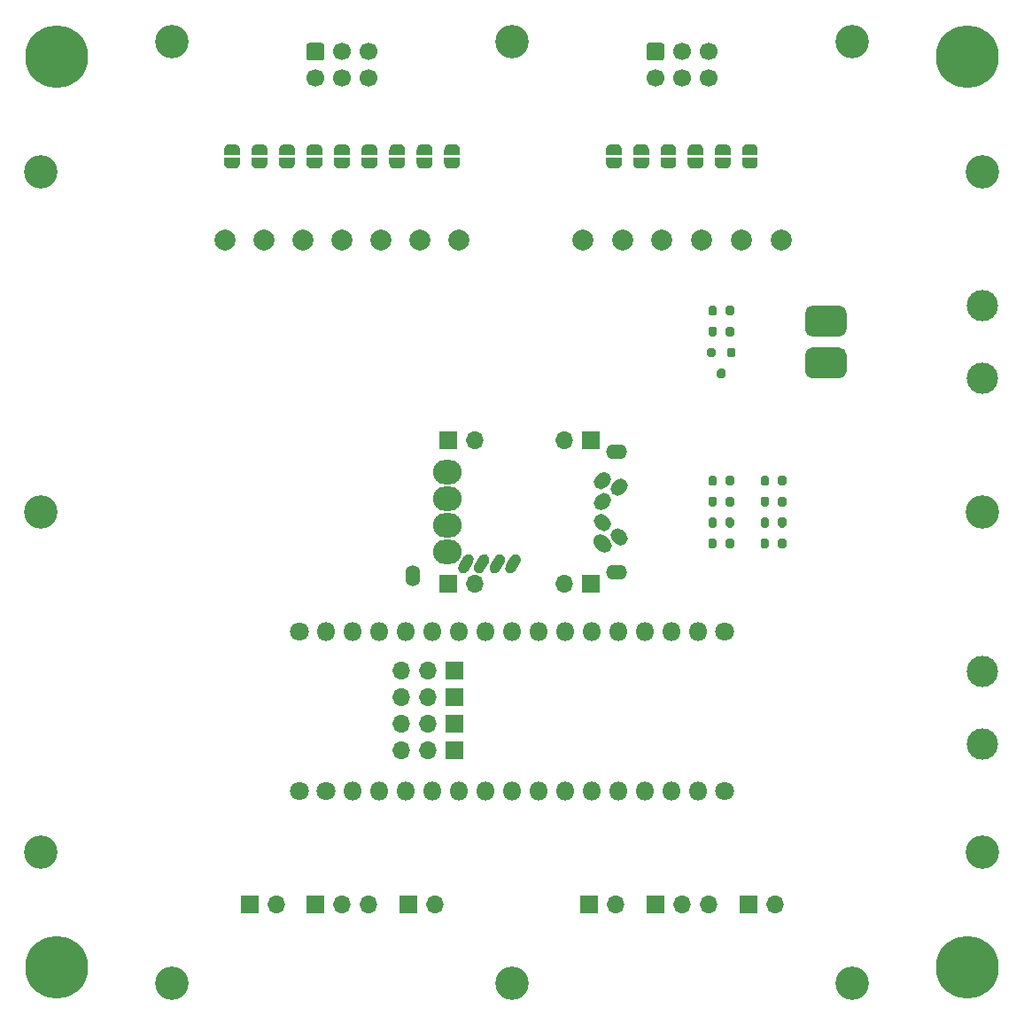
<source format=gbr>
%TF.GenerationSoftware,KiCad,Pcbnew,(5.1.10)-1*%
%TF.CreationDate,2021-11-07T17:05:54+13:00*%
%TF.ProjectId,THE_BRAINS_FIXTURE,5448455f-4252-4414-994e-535f46495854,rev?*%
%TF.SameCoordinates,Original*%
%TF.FileFunction,Soldermask,Bot*%
%TF.FilePolarity,Negative*%
%FSLAX46Y46*%
G04 Gerber Fmt 4.6, Leading zero omitted, Abs format (unit mm)*
G04 Created by KiCad (PCBNEW (5.1.10)-1) date 2021-11-07 17:05:54*
%MOMM*%
%LPD*%
G01*
G04 APERTURE LIST*
%ADD10O,1.700000X1.700000*%
%ADD11R,1.700000X1.700000*%
%ADD12C,3.000000*%
%ADD13C,6.000000*%
%ADD14C,3.200000*%
%ADD15C,1.700000*%
%ADD16C,0.100000*%
%ADD17O,1.800000X1.800000*%
%ADD18C,1.800000*%
%ADD19C,2.000000*%
%ADD20O,2.750000X2.340000*%
%ADD21O,2.000000X1.400000*%
%ADD22O,1.400000X2.000000*%
G04 APERTURE END LIST*
D10*
%TO.C,J33*%
X154960000Y-93150000D03*
D11*
X157500000Y-93150000D03*
%TD*%
%TO.C,J32*%
X157500000Y-106850000D03*
D10*
X154960000Y-106850000D03*
%TD*%
%TO.C,J31*%
X146415000Y-93150000D03*
D11*
X143875000Y-93150000D03*
%TD*%
%TO.C,J30*%
X143875000Y-106875000D03*
D10*
X146415000Y-106875000D03*
%TD*%
D12*
%TO.C,H5*%
X194975000Y-122200000D03*
%TD*%
%TO.C,H6*%
X194975000Y-115200000D03*
%TD*%
D13*
%TO.C,H1*%
X106500000Y-143500000D03*
%TD*%
%TO.C,H2*%
X193500000Y-143500000D03*
%TD*%
%TO.C,H3*%
X106500000Y-56500000D03*
%TD*%
%TO.C,H4*%
X193500000Y-56500000D03*
%TD*%
D12*
%TO.C,H5*%
X195000000Y-87250000D03*
%TD*%
%TO.C,H6*%
X195000000Y-80250000D03*
%TD*%
D14*
%TO.C,H9*%
X117500000Y-55000000D03*
%TD*%
%TO.C,H10*%
X150000000Y-55000000D03*
%TD*%
%TO.C,H11*%
X182500000Y-55000000D03*
%TD*%
%TO.C,H12*%
X195000000Y-67500000D03*
%TD*%
%TO.C,H13*%
X195000000Y-100000000D03*
%TD*%
%TO.C,H14*%
X195000000Y-132500000D03*
%TD*%
%TO.C,H15*%
X182500000Y-145000000D03*
%TD*%
%TO.C,H16*%
X150000000Y-145000000D03*
%TD*%
%TO.C,H17*%
X117500000Y-145000000D03*
%TD*%
%TO.C,H18*%
X105000000Y-132500000D03*
%TD*%
%TO.C,H19*%
X105000000Y-100000000D03*
%TD*%
%TO.C,H20*%
X105000000Y-67500000D03*
%TD*%
D10*
%TO.C,J1*%
X139420000Y-122785000D03*
X141960000Y-122785000D03*
D11*
X144500000Y-122785000D03*
%TD*%
%TO.C,J2*%
X144500000Y-120245000D03*
D10*
X141960000Y-120245000D03*
X139420000Y-120245000D03*
%TD*%
%TO.C,J3*%
X139420000Y-117705000D03*
X141960000Y-117705000D03*
D11*
X144500000Y-117705000D03*
%TD*%
%TO.C,J4*%
X144500000Y-115165000D03*
D10*
X141960000Y-115165000D03*
X139420000Y-115165000D03*
%TD*%
D15*
%TO.C,J19*%
X136290000Y-58540000D03*
X133750000Y-58540000D03*
X131210000Y-58540000D03*
X136290000Y-56000000D03*
X133750000Y-56000000D03*
G36*
G01*
X130610000Y-55150000D02*
X131810000Y-55150000D01*
G75*
G02*
X132060000Y-55400000I0J-250000D01*
G01*
X132060000Y-56600000D01*
G75*
G02*
X131810000Y-56850000I-250000J0D01*
G01*
X130610000Y-56850000D01*
G75*
G02*
X130360000Y-56600000I0J250000D01*
G01*
X130360000Y-55400000D01*
G75*
G02*
X130610000Y-55150000I250000J0D01*
G01*
G37*
%TD*%
%TO.C,J20*%
G36*
G01*
X163110000Y-55150000D02*
X164310000Y-55150000D01*
G75*
G02*
X164560000Y-55400000I0J-250000D01*
G01*
X164560000Y-56600000D01*
G75*
G02*
X164310000Y-56850000I-250000J0D01*
G01*
X163110000Y-56850000D01*
G75*
G02*
X162860000Y-56600000I0J250000D01*
G01*
X162860000Y-55400000D01*
G75*
G02*
X163110000Y-55150000I250000J0D01*
G01*
G37*
X166250000Y-56000000D03*
X168790000Y-56000000D03*
X163710000Y-58540000D03*
X166250000Y-58540000D03*
X168790000Y-58540000D03*
%TD*%
D16*
%TO.C,JP1*%
G36*
X126624398Y-66650000D02*
G01*
X126624398Y-66674534D01*
X126619588Y-66723365D01*
X126610016Y-66771490D01*
X126595772Y-66818445D01*
X126576995Y-66863778D01*
X126553864Y-66907051D01*
X126526604Y-66947850D01*
X126495476Y-66985779D01*
X126460779Y-67020476D01*
X126422850Y-67051604D01*
X126382051Y-67078864D01*
X126338778Y-67101995D01*
X126293445Y-67120772D01*
X126246490Y-67135016D01*
X126198365Y-67144588D01*
X126149534Y-67149398D01*
X126125000Y-67149398D01*
X126125000Y-67150000D01*
X125625000Y-67150000D01*
X125625000Y-67149398D01*
X125600466Y-67149398D01*
X125551635Y-67144588D01*
X125503510Y-67135016D01*
X125456555Y-67120772D01*
X125411222Y-67101995D01*
X125367949Y-67078864D01*
X125327150Y-67051604D01*
X125289221Y-67020476D01*
X125254524Y-66985779D01*
X125223396Y-66947850D01*
X125196136Y-66907051D01*
X125173005Y-66863778D01*
X125154228Y-66818445D01*
X125139984Y-66771490D01*
X125130412Y-66723365D01*
X125125602Y-66674534D01*
X125125602Y-66650000D01*
X125125000Y-66650000D01*
X125125000Y-66150000D01*
X126625000Y-66150000D01*
X126625000Y-66650000D01*
X126624398Y-66650000D01*
G37*
G36*
X125125000Y-65850000D02*
G01*
X125125000Y-65350000D01*
X125125602Y-65350000D01*
X125125602Y-65325466D01*
X125130412Y-65276635D01*
X125139984Y-65228510D01*
X125154228Y-65181555D01*
X125173005Y-65136222D01*
X125196136Y-65092949D01*
X125223396Y-65052150D01*
X125254524Y-65014221D01*
X125289221Y-64979524D01*
X125327150Y-64948396D01*
X125367949Y-64921136D01*
X125411222Y-64898005D01*
X125456555Y-64879228D01*
X125503510Y-64864984D01*
X125551635Y-64855412D01*
X125600466Y-64850602D01*
X125625000Y-64850602D01*
X125625000Y-64850000D01*
X126125000Y-64850000D01*
X126125000Y-64850602D01*
X126149534Y-64850602D01*
X126198365Y-64855412D01*
X126246490Y-64864984D01*
X126293445Y-64879228D01*
X126338778Y-64898005D01*
X126382051Y-64921136D01*
X126422850Y-64948396D01*
X126460779Y-64979524D01*
X126495476Y-65014221D01*
X126526604Y-65052150D01*
X126553864Y-65092949D01*
X126576995Y-65136222D01*
X126595772Y-65181555D01*
X126610016Y-65228510D01*
X126619588Y-65276635D01*
X126624398Y-65325466D01*
X126624398Y-65350000D01*
X126625000Y-65350000D01*
X126625000Y-65850000D01*
X125125000Y-65850000D01*
G37*
%TD*%
%TO.C,JP2*%
G36*
X133000000Y-65850000D02*
G01*
X133000000Y-65350000D01*
X133000602Y-65350000D01*
X133000602Y-65325466D01*
X133005412Y-65276635D01*
X133014984Y-65228510D01*
X133029228Y-65181555D01*
X133048005Y-65136222D01*
X133071136Y-65092949D01*
X133098396Y-65052150D01*
X133129524Y-65014221D01*
X133164221Y-64979524D01*
X133202150Y-64948396D01*
X133242949Y-64921136D01*
X133286222Y-64898005D01*
X133331555Y-64879228D01*
X133378510Y-64864984D01*
X133426635Y-64855412D01*
X133475466Y-64850602D01*
X133500000Y-64850602D01*
X133500000Y-64850000D01*
X134000000Y-64850000D01*
X134000000Y-64850602D01*
X134024534Y-64850602D01*
X134073365Y-64855412D01*
X134121490Y-64864984D01*
X134168445Y-64879228D01*
X134213778Y-64898005D01*
X134257051Y-64921136D01*
X134297850Y-64948396D01*
X134335779Y-64979524D01*
X134370476Y-65014221D01*
X134401604Y-65052150D01*
X134428864Y-65092949D01*
X134451995Y-65136222D01*
X134470772Y-65181555D01*
X134485016Y-65228510D01*
X134494588Y-65276635D01*
X134499398Y-65325466D01*
X134499398Y-65350000D01*
X134500000Y-65350000D01*
X134500000Y-65850000D01*
X133000000Y-65850000D01*
G37*
G36*
X134499398Y-66650000D02*
G01*
X134499398Y-66674534D01*
X134494588Y-66723365D01*
X134485016Y-66771490D01*
X134470772Y-66818445D01*
X134451995Y-66863778D01*
X134428864Y-66907051D01*
X134401604Y-66947850D01*
X134370476Y-66985779D01*
X134335779Y-67020476D01*
X134297850Y-67051604D01*
X134257051Y-67078864D01*
X134213778Y-67101995D01*
X134168445Y-67120772D01*
X134121490Y-67135016D01*
X134073365Y-67144588D01*
X134024534Y-67149398D01*
X134000000Y-67149398D01*
X134000000Y-67150000D01*
X133500000Y-67150000D01*
X133500000Y-67149398D01*
X133475466Y-67149398D01*
X133426635Y-67144588D01*
X133378510Y-67135016D01*
X133331555Y-67120772D01*
X133286222Y-67101995D01*
X133242949Y-67078864D01*
X133202150Y-67051604D01*
X133164221Y-67020476D01*
X133129524Y-66985779D01*
X133098396Y-66947850D01*
X133071136Y-66907051D01*
X133048005Y-66863778D01*
X133029228Y-66818445D01*
X133014984Y-66771490D01*
X133005412Y-66723365D01*
X133000602Y-66674534D01*
X133000602Y-66650000D01*
X133000000Y-66650000D01*
X133000000Y-66150000D01*
X134500000Y-66150000D01*
X134500000Y-66650000D01*
X134499398Y-66650000D01*
G37*
%TD*%
%TO.C,JP3*%
G36*
X142399398Y-66650000D02*
G01*
X142399398Y-66674534D01*
X142394588Y-66723365D01*
X142385016Y-66771490D01*
X142370772Y-66818445D01*
X142351995Y-66863778D01*
X142328864Y-66907051D01*
X142301604Y-66947850D01*
X142270476Y-66985779D01*
X142235779Y-67020476D01*
X142197850Y-67051604D01*
X142157051Y-67078864D01*
X142113778Y-67101995D01*
X142068445Y-67120772D01*
X142021490Y-67135016D01*
X141973365Y-67144588D01*
X141924534Y-67149398D01*
X141900000Y-67149398D01*
X141900000Y-67150000D01*
X141400000Y-67150000D01*
X141400000Y-67149398D01*
X141375466Y-67149398D01*
X141326635Y-67144588D01*
X141278510Y-67135016D01*
X141231555Y-67120772D01*
X141186222Y-67101995D01*
X141142949Y-67078864D01*
X141102150Y-67051604D01*
X141064221Y-67020476D01*
X141029524Y-66985779D01*
X140998396Y-66947850D01*
X140971136Y-66907051D01*
X140948005Y-66863778D01*
X140929228Y-66818445D01*
X140914984Y-66771490D01*
X140905412Y-66723365D01*
X140900602Y-66674534D01*
X140900602Y-66650000D01*
X140900000Y-66650000D01*
X140900000Y-66150000D01*
X142400000Y-66150000D01*
X142400000Y-66650000D01*
X142399398Y-66650000D01*
G37*
G36*
X140900000Y-65850000D02*
G01*
X140900000Y-65350000D01*
X140900602Y-65350000D01*
X140900602Y-65325466D01*
X140905412Y-65276635D01*
X140914984Y-65228510D01*
X140929228Y-65181555D01*
X140948005Y-65136222D01*
X140971136Y-65092949D01*
X140998396Y-65052150D01*
X141029524Y-65014221D01*
X141064221Y-64979524D01*
X141102150Y-64948396D01*
X141142949Y-64921136D01*
X141186222Y-64898005D01*
X141231555Y-64879228D01*
X141278510Y-64864984D01*
X141326635Y-64855412D01*
X141375466Y-64850602D01*
X141400000Y-64850602D01*
X141400000Y-64850000D01*
X141900000Y-64850000D01*
X141900000Y-64850602D01*
X141924534Y-64850602D01*
X141973365Y-64855412D01*
X142021490Y-64864984D01*
X142068445Y-64879228D01*
X142113778Y-64898005D01*
X142157051Y-64921136D01*
X142197850Y-64948396D01*
X142235779Y-64979524D01*
X142270476Y-65014221D01*
X142301604Y-65052150D01*
X142328864Y-65092949D01*
X142351995Y-65136222D01*
X142370772Y-65181555D01*
X142385016Y-65228510D01*
X142394588Y-65276635D01*
X142399398Y-65325466D01*
X142399398Y-65350000D01*
X142400000Y-65350000D01*
X142400000Y-65850000D01*
X140900000Y-65850000D01*
G37*
%TD*%
%TO.C,JP4*%
G36*
X161600000Y-65850000D02*
G01*
X161600000Y-65350000D01*
X161600602Y-65350000D01*
X161600602Y-65325466D01*
X161605412Y-65276635D01*
X161614984Y-65228510D01*
X161629228Y-65181555D01*
X161648005Y-65136222D01*
X161671136Y-65092949D01*
X161698396Y-65052150D01*
X161729524Y-65014221D01*
X161764221Y-64979524D01*
X161802150Y-64948396D01*
X161842949Y-64921136D01*
X161886222Y-64898005D01*
X161931555Y-64879228D01*
X161978510Y-64864984D01*
X162026635Y-64855412D01*
X162075466Y-64850602D01*
X162100000Y-64850602D01*
X162100000Y-64850000D01*
X162600000Y-64850000D01*
X162600000Y-64850602D01*
X162624534Y-64850602D01*
X162673365Y-64855412D01*
X162721490Y-64864984D01*
X162768445Y-64879228D01*
X162813778Y-64898005D01*
X162857051Y-64921136D01*
X162897850Y-64948396D01*
X162935779Y-64979524D01*
X162970476Y-65014221D01*
X163001604Y-65052150D01*
X163028864Y-65092949D01*
X163051995Y-65136222D01*
X163070772Y-65181555D01*
X163085016Y-65228510D01*
X163094588Y-65276635D01*
X163099398Y-65325466D01*
X163099398Y-65350000D01*
X163100000Y-65350000D01*
X163100000Y-65850000D01*
X161600000Y-65850000D01*
G37*
G36*
X163099398Y-66650000D02*
G01*
X163099398Y-66674534D01*
X163094588Y-66723365D01*
X163085016Y-66771490D01*
X163070772Y-66818445D01*
X163051995Y-66863778D01*
X163028864Y-66907051D01*
X163001604Y-66947850D01*
X162970476Y-66985779D01*
X162935779Y-67020476D01*
X162897850Y-67051604D01*
X162857051Y-67078864D01*
X162813778Y-67101995D01*
X162768445Y-67120772D01*
X162721490Y-67135016D01*
X162673365Y-67144588D01*
X162624534Y-67149398D01*
X162600000Y-67149398D01*
X162600000Y-67150000D01*
X162100000Y-67150000D01*
X162100000Y-67149398D01*
X162075466Y-67149398D01*
X162026635Y-67144588D01*
X161978510Y-67135016D01*
X161931555Y-67120772D01*
X161886222Y-67101995D01*
X161842949Y-67078864D01*
X161802150Y-67051604D01*
X161764221Y-67020476D01*
X161729524Y-66985779D01*
X161698396Y-66947850D01*
X161671136Y-66907051D01*
X161648005Y-66863778D01*
X161629228Y-66818445D01*
X161614984Y-66771490D01*
X161605412Y-66723365D01*
X161600602Y-66674534D01*
X161600602Y-66650000D01*
X161600000Y-66650000D01*
X161600000Y-66150000D01*
X163100000Y-66150000D01*
X163100000Y-66650000D01*
X163099398Y-66650000D01*
G37*
%TD*%
%TO.C,JP5*%
G36*
X168299398Y-66650000D02*
G01*
X168299398Y-66674534D01*
X168294588Y-66723365D01*
X168285016Y-66771490D01*
X168270772Y-66818445D01*
X168251995Y-66863778D01*
X168228864Y-66907051D01*
X168201604Y-66947850D01*
X168170476Y-66985779D01*
X168135779Y-67020476D01*
X168097850Y-67051604D01*
X168057051Y-67078864D01*
X168013778Y-67101995D01*
X167968445Y-67120772D01*
X167921490Y-67135016D01*
X167873365Y-67144588D01*
X167824534Y-67149398D01*
X167800000Y-67149398D01*
X167800000Y-67150000D01*
X167300000Y-67150000D01*
X167300000Y-67149398D01*
X167275466Y-67149398D01*
X167226635Y-67144588D01*
X167178510Y-67135016D01*
X167131555Y-67120772D01*
X167086222Y-67101995D01*
X167042949Y-67078864D01*
X167002150Y-67051604D01*
X166964221Y-67020476D01*
X166929524Y-66985779D01*
X166898396Y-66947850D01*
X166871136Y-66907051D01*
X166848005Y-66863778D01*
X166829228Y-66818445D01*
X166814984Y-66771490D01*
X166805412Y-66723365D01*
X166800602Y-66674534D01*
X166800602Y-66650000D01*
X166800000Y-66650000D01*
X166800000Y-66150000D01*
X168300000Y-66150000D01*
X168300000Y-66650000D01*
X168299398Y-66650000D01*
G37*
G36*
X166800000Y-65850000D02*
G01*
X166800000Y-65350000D01*
X166800602Y-65350000D01*
X166800602Y-65325466D01*
X166805412Y-65276635D01*
X166814984Y-65228510D01*
X166829228Y-65181555D01*
X166848005Y-65136222D01*
X166871136Y-65092949D01*
X166898396Y-65052150D01*
X166929524Y-65014221D01*
X166964221Y-64979524D01*
X167002150Y-64948396D01*
X167042949Y-64921136D01*
X167086222Y-64898005D01*
X167131555Y-64879228D01*
X167178510Y-64864984D01*
X167226635Y-64855412D01*
X167275466Y-64850602D01*
X167300000Y-64850602D01*
X167300000Y-64850000D01*
X167800000Y-64850000D01*
X167800000Y-64850602D01*
X167824534Y-64850602D01*
X167873365Y-64855412D01*
X167921490Y-64864984D01*
X167968445Y-64879228D01*
X168013778Y-64898005D01*
X168057051Y-64921136D01*
X168097850Y-64948396D01*
X168135779Y-64979524D01*
X168170476Y-65014221D01*
X168201604Y-65052150D01*
X168228864Y-65092949D01*
X168251995Y-65136222D01*
X168270772Y-65181555D01*
X168285016Y-65228510D01*
X168294588Y-65276635D01*
X168299398Y-65325466D01*
X168299398Y-65350000D01*
X168300000Y-65350000D01*
X168300000Y-65850000D01*
X166800000Y-65850000D01*
G37*
%TD*%
%TO.C,JP6*%
G36*
X173499398Y-66650000D02*
G01*
X173499398Y-66674534D01*
X173494588Y-66723365D01*
X173485016Y-66771490D01*
X173470772Y-66818445D01*
X173451995Y-66863778D01*
X173428864Y-66907051D01*
X173401604Y-66947850D01*
X173370476Y-66985779D01*
X173335779Y-67020476D01*
X173297850Y-67051604D01*
X173257051Y-67078864D01*
X173213778Y-67101995D01*
X173168445Y-67120772D01*
X173121490Y-67135016D01*
X173073365Y-67144588D01*
X173024534Y-67149398D01*
X173000000Y-67149398D01*
X173000000Y-67150000D01*
X172500000Y-67150000D01*
X172500000Y-67149398D01*
X172475466Y-67149398D01*
X172426635Y-67144588D01*
X172378510Y-67135016D01*
X172331555Y-67120772D01*
X172286222Y-67101995D01*
X172242949Y-67078864D01*
X172202150Y-67051604D01*
X172164221Y-67020476D01*
X172129524Y-66985779D01*
X172098396Y-66947850D01*
X172071136Y-66907051D01*
X172048005Y-66863778D01*
X172029228Y-66818445D01*
X172014984Y-66771490D01*
X172005412Y-66723365D01*
X172000602Y-66674534D01*
X172000602Y-66650000D01*
X172000000Y-66650000D01*
X172000000Y-66150000D01*
X173500000Y-66150000D01*
X173500000Y-66650000D01*
X173499398Y-66650000D01*
G37*
G36*
X172000000Y-65850000D02*
G01*
X172000000Y-65350000D01*
X172000602Y-65350000D01*
X172000602Y-65325466D01*
X172005412Y-65276635D01*
X172014984Y-65228510D01*
X172029228Y-65181555D01*
X172048005Y-65136222D01*
X172071136Y-65092949D01*
X172098396Y-65052150D01*
X172129524Y-65014221D01*
X172164221Y-64979524D01*
X172202150Y-64948396D01*
X172242949Y-64921136D01*
X172286222Y-64898005D01*
X172331555Y-64879228D01*
X172378510Y-64864984D01*
X172426635Y-64855412D01*
X172475466Y-64850602D01*
X172500000Y-64850602D01*
X172500000Y-64850000D01*
X173000000Y-64850000D01*
X173000000Y-64850602D01*
X173024534Y-64850602D01*
X173073365Y-64855412D01*
X173121490Y-64864984D01*
X173168445Y-64879228D01*
X173213778Y-64898005D01*
X173257051Y-64921136D01*
X173297850Y-64948396D01*
X173335779Y-64979524D01*
X173370476Y-65014221D01*
X173401604Y-65052150D01*
X173428864Y-65092949D01*
X173451995Y-65136222D01*
X173470772Y-65181555D01*
X173485016Y-65228510D01*
X173494588Y-65276635D01*
X173499398Y-65325466D01*
X173499398Y-65350000D01*
X173500000Y-65350000D01*
X173500000Y-65850000D01*
X172000000Y-65850000D01*
G37*
%TD*%
%TO.C,JP7*%
G36*
X122500000Y-65850000D02*
G01*
X122500000Y-65350000D01*
X122500602Y-65350000D01*
X122500602Y-65325466D01*
X122505412Y-65276635D01*
X122514984Y-65228510D01*
X122529228Y-65181555D01*
X122548005Y-65136222D01*
X122571136Y-65092949D01*
X122598396Y-65052150D01*
X122629524Y-65014221D01*
X122664221Y-64979524D01*
X122702150Y-64948396D01*
X122742949Y-64921136D01*
X122786222Y-64898005D01*
X122831555Y-64879228D01*
X122878510Y-64864984D01*
X122926635Y-64855412D01*
X122975466Y-64850602D01*
X123000000Y-64850602D01*
X123000000Y-64850000D01*
X123500000Y-64850000D01*
X123500000Y-64850602D01*
X123524534Y-64850602D01*
X123573365Y-64855412D01*
X123621490Y-64864984D01*
X123668445Y-64879228D01*
X123713778Y-64898005D01*
X123757051Y-64921136D01*
X123797850Y-64948396D01*
X123835779Y-64979524D01*
X123870476Y-65014221D01*
X123901604Y-65052150D01*
X123928864Y-65092949D01*
X123951995Y-65136222D01*
X123970772Y-65181555D01*
X123985016Y-65228510D01*
X123994588Y-65276635D01*
X123999398Y-65325466D01*
X123999398Y-65350000D01*
X124000000Y-65350000D01*
X124000000Y-65850000D01*
X122500000Y-65850000D01*
G37*
G36*
X123999398Y-66650000D02*
G01*
X123999398Y-66674534D01*
X123994588Y-66723365D01*
X123985016Y-66771490D01*
X123970772Y-66818445D01*
X123951995Y-66863778D01*
X123928864Y-66907051D01*
X123901604Y-66947850D01*
X123870476Y-66985779D01*
X123835779Y-67020476D01*
X123797850Y-67051604D01*
X123757051Y-67078864D01*
X123713778Y-67101995D01*
X123668445Y-67120772D01*
X123621490Y-67135016D01*
X123573365Y-67144588D01*
X123524534Y-67149398D01*
X123500000Y-67149398D01*
X123500000Y-67150000D01*
X123000000Y-67150000D01*
X123000000Y-67149398D01*
X122975466Y-67149398D01*
X122926635Y-67144588D01*
X122878510Y-67135016D01*
X122831555Y-67120772D01*
X122786222Y-67101995D01*
X122742949Y-67078864D01*
X122702150Y-67051604D01*
X122664221Y-67020476D01*
X122629524Y-66985779D01*
X122598396Y-66947850D01*
X122571136Y-66907051D01*
X122548005Y-66863778D01*
X122529228Y-66818445D01*
X122514984Y-66771490D01*
X122505412Y-66723365D01*
X122500602Y-66674534D01*
X122500602Y-66650000D01*
X122500000Y-66650000D01*
X122500000Y-66150000D01*
X124000000Y-66150000D01*
X124000000Y-66650000D01*
X123999398Y-66650000D01*
G37*
%TD*%
%TO.C,JP8*%
G36*
X131874398Y-66650000D02*
G01*
X131874398Y-66674534D01*
X131869588Y-66723365D01*
X131860016Y-66771490D01*
X131845772Y-66818445D01*
X131826995Y-66863778D01*
X131803864Y-66907051D01*
X131776604Y-66947850D01*
X131745476Y-66985779D01*
X131710779Y-67020476D01*
X131672850Y-67051604D01*
X131632051Y-67078864D01*
X131588778Y-67101995D01*
X131543445Y-67120772D01*
X131496490Y-67135016D01*
X131448365Y-67144588D01*
X131399534Y-67149398D01*
X131375000Y-67149398D01*
X131375000Y-67150000D01*
X130875000Y-67150000D01*
X130875000Y-67149398D01*
X130850466Y-67149398D01*
X130801635Y-67144588D01*
X130753510Y-67135016D01*
X130706555Y-67120772D01*
X130661222Y-67101995D01*
X130617949Y-67078864D01*
X130577150Y-67051604D01*
X130539221Y-67020476D01*
X130504524Y-66985779D01*
X130473396Y-66947850D01*
X130446136Y-66907051D01*
X130423005Y-66863778D01*
X130404228Y-66818445D01*
X130389984Y-66771490D01*
X130380412Y-66723365D01*
X130375602Y-66674534D01*
X130375602Y-66650000D01*
X130375000Y-66650000D01*
X130375000Y-66150000D01*
X131875000Y-66150000D01*
X131875000Y-66650000D01*
X131874398Y-66650000D01*
G37*
G36*
X130375000Y-65850000D02*
G01*
X130375000Y-65350000D01*
X130375602Y-65350000D01*
X130375602Y-65325466D01*
X130380412Y-65276635D01*
X130389984Y-65228510D01*
X130404228Y-65181555D01*
X130423005Y-65136222D01*
X130446136Y-65092949D01*
X130473396Y-65052150D01*
X130504524Y-65014221D01*
X130539221Y-64979524D01*
X130577150Y-64948396D01*
X130617949Y-64921136D01*
X130661222Y-64898005D01*
X130706555Y-64879228D01*
X130753510Y-64864984D01*
X130801635Y-64855412D01*
X130850466Y-64850602D01*
X130875000Y-64850602D01*
X130875000Y-64850000D01*
X131375000Y-64850000D01*
X131375000Y-64850602D01*
X131399534Y-64850602D01*
X131448365Y-64855412D01*
X131496490Y-64864984D01*
X131543445Y-64879228D01*
X131588778Y-64898005D01*
X131632051Y-64921136D01*
X131672850Y-64948396D01*
X131710779Y-64979524D01*
X131745476Y-65014221D01*
X131776604Y-65052150D01*
X131803864Y-65092949D01*
X131826995Y-65136222D01*
X131845772Y-65181555D01*
X131860016Y-65228510D01*
X131869588Y-65276635D01*
X131874398Y-65325466D01*
X131874398Y-65350000D01*
X131875000Y-65350000D01*
X131875000Y-65850000D01*
X130375000Y-65850000D01*
G37*
%TD*%
%TO.C,JP9*%
G36*
X138275000Y-65850000D02*
G01*
X138275000Y-65350000D01*
X138275602Y-65350000D01*
X138275602Y-65325466D01*
X138280412Y-65276635D01*
X138289984Y-65228510D01*
X138304228Y-65181555D01*
X138323005Y-65136222D01*
X138346136Y-65092949D01*
X138373396Y-65052150D01*
X138404524Y-65014221D01*
X138439221Y-64979524D01*
X138477150Y-64948396D01*
X138517949Y-64921136D01*
X138561222Y-64898005D01*
X138606555Y-64879228D01*
X138653510Y-64864984D01*
X138701635Y-64855412D01*
X138750466Y-64850602D01*
X138775000Y-64850602D01*
X138775000Y-64850000D01*
X139275000Y-64850000D01*
X139275000Y-64850602D01*
X139299534Y-64850602D01*
X139348365Y-64855412D01*
X139396490Y-64864984D01*
X139443445Y-64879228D01*
X139488778Y-64898005D01*
X139532051Y-64921136D01*
X139572850Y-64948396D01*
X139610779Y-64979524D01*
X139645476Y-65014221D01*
X139676604Y-65052150D01*
X139703864Y-65092949D01*
X139726995Y-65136222D01*
X139745772Y-65181555D01*
X139760016Y-65228510D01*
X139769588Y-65276635D01*
X139774398Y-65325466D01*
X139774398Y-65350000D01*
X139775000Y-65350000D01*
X139775000Y-65850000D01*
X138275000Y-65850000D01*
G37*
G36*
X139774398Y-66650000D02*
G01*
X139774398Y-66674534D01*
X139769588Y-66723365D01*
X139760016Y-66771490D01*
X139745772Y-66818445D01*
X139726995Y-66863778D01*
X139703864Y-66907051D01*
X139676604Y-66947850D01*
X139645476Y-66985779D01*
X139610779Y-67020476D01*
X139572850Y-67051604D01*
X139532051Y-67078864D01*
X139488778Y-67101995D01*
X139443445Y-67120772D01*
X139396490Y-67135016D01*
X139348365Y-67144588D01*
X139299534Y-67149398D01*
X139275000Y-67149398D01*
X139275000Y-67150000D01*
X138775000Y-67150000D01*
X138775000Y-67149398D01*
X138750466Y-67149398D01*
X138701635Y-67144588D01*
X138653510Y-67135016D01*
X138606555Y-67120772D01*
X138561222Y-67101995D01*
X138517949Y-67078864D01*
X138477150Y-67051604D01*
X138439221Y-67020476D01*
X138404524Y-66985779D01*
X138373396Y-66947850D01*
X138346136Y-66907051D01*
X138323005Y-66863778D01*
X138304228Y-66818445D01*
X138289984Y-66771490D01*
X138280412Y-66723365D01*
X138275602Y-66674534D01*
X138275602Y-66650000D01*
X138275000Y-66650000D01*
X138275000Y-66150000D01*
X139775000Y-66150000D01*
X139775000Y-66650000D01*
X139774398Y-66650000D01*
G37*
%TD*%
%TO.C,JP10*%
G36*
X159000000Y-65850000D02*
G01*
X159000000Y-65350000D01*
X159000602Y-65350000D01*
X159000602Y-65325466D01*
X159005412Y-65276635D01*
X159014984Y-65228510D01*
X159029228Y-65181555D01*
X159048005Y-65136222D01*
X159071136Y-65092949D01*
X159098396Y-65052150D01*
X159129524Y-65014221D01*
X159164221Y-64979524D01*
X159202150Y-64948396D01*
X159242949Y-64921136D01*
X159286222Y-64898005D01*
X159331555Y-64879228D01*
X159378510Y-64864984D01*
X159426635Y-64855412D01*
X159475466Y-64850602D01*
X159500000Y-64850602D01*
X159500000Y-64850000D01*
X160000000Y-64850000D01*
X160000000Y-64850602D01*
X160024534Y-64850602D01*
X160073365Y-64855412D01*
X160121490Y-64864984D01*
X160168445Y-64879228D01*
X160213778Y-64898005D01*
X160257051Y-64921136D01*
X160297850Y-64948396D01*
X160335779Y-64979524D01*
X160370476Y-65014221D01*
X160401604Y-65052150D01*
X160428864Y-65092949D01*
X160451995Y-65136222D01*
X160470772Y-65181555D01*
X160485016Y-65228510D01*
X160494588Y-65276635D01*
X160499398Y-65325466D01*
X160499398Y-65350000D01*
X160500000Y-65350000D01*
X160500000Y-65850000D01*
X159000000Y-65850000D01*
G37*
G36*
X160499398Y-66650000D02*
G01*
X160499398Y-66674534D01*
X160494588Y-66723365D01*
X160485016Y-66771490D01*
X160470772Y-66818445D01*
X160451995Y-66863778D01*
X160428864Y-66907051D01*
X160401604Y-66947850D01*
X160370476Y-66985779D01*
X160335779Y-67020476D01*
X160297850Y-67051604D01*
X160257051Y-67078864D01*
X160213778Y-67101995D01*
X160168445Y-67120772D01*
X160121490Y-67135016D01*
X160073365Y-67144588D01*
X160024534Y-67149398D01*
X160000000Y-67149398D01*
X160000000Y-67150000D01*
X159500000Y-67150000D01*
X159500000Y-67149398D01*
X159475466Y-67149398D01*
X159426635Y-67144588D01*
X159378510Y-67135016D01*
X159331555Y-67120772D01*
X159286222Y-67101995D01*
X159242949Y-67078864D01*
X159202150Y-67051604D01*
X159164221Y-67020476D01*
X159129524Y-66985779D01*
X159098396Y-66947850D01*
X159071136Y-66907051D01*
X159048005Y-66863778D01*
X159029228Y-66818445D01*
X159014984Y-66771490D01*
X159005412Y-66723365D01*
X159000602Y-66674534D01*
X159000602Y-66650000D01*
X159000000Y-66650000D01*
X159000000Y-66150000D01*
X160500000Y-66150000D01*
X160500000Y-66650000D01*
X160499398Y-66650000D01*
G37*
%TD*%
%TO.C,JP11*%
G36*
X164200000Y-65850000D02*
G01*
X164200000Y-65350000D01*
X164200602Y-65350000D01*
X164200602Y-65325466D01*
X164205412Y-65276635D01*
X164214984Y-65228510D01*
X164229228Y-65181555D01*
X164248005Y-65136222D01*
X164271136Y-65092949D01*
X164298396Y-65052150D01*
X164329524Y-65014221D01*
X164364221Y-64979524D01*
X164402150Y-64948396D01*
X164442949Y-64921136D01*
X164486222Y-64898005D01*
X164531555Y-64879228D01*
X164578510Y-64864984D01*
X164626635Y-64855412D01*
X164675466Y-64850602D01*
X164700000Y-64850602D01*
X164700000Y-64850000D01*
X165200000Y-64850000D01*
X165200000Y-64850602D01*
X165224534Y-64850602D01*
X165273365Y-64855412D01*
X165321490Y-64864984D01*
X165368445Y-64879228D01*
X165413778Y-64898005D01*
X165457051Y-64921136D01*
X165497850Y-64948396D01*
X165535779Y-64979524D01*
X165570476Y-65014221D01*
X165601604Y-65052150D01*
X165628864Y-65092949D01*
X165651995Y-65136222D01*
X165670772Y-65181555D01*
X165685016Y-65228510D01*
X165694588Y-65276635D01*
X165699398Y-65325466D01*
X165699398Y-65350000D01*
X165700000Y-65350000D01*
X165700000Y-65850000D01*
X164200000Y-65850000D01*
G37*
G36*
X165699398Y-66650000D02*
G01*
X165699398Y-66674534D01*
X165694588Y-66723365D01*
X165685016Y-66771490D01*
X165670772Y-66818445D01*
X165651995Y-66863778D01*
X165628864Y-66907051D01*
X165601604Y-66947850D01*
X165570476Y-66985779D01*
X165535779Y-67020476D01*
X165497850Y-67051604D01*
X165457051Y-67078864D01*
X165413778Y-67101995D01*
X165368445Y-67120772D01*
X165321490Y-67135016D01*
X165273365Y-67144588D01*
X165224534Y-67149398D01*
X165200000Y-67149398D01*
X165200000Y-67150000D01*
X164700000Y-67150000D01*
X164700000Y-67149398D01*
X164675466Y-67149398D01*
X164626635Y-67144588D01*
X164578510Y-67135016D01*
X164531555Y-67120772D01*
X164486222Y-67101995D01*
X164442949Y-67078864D01*
X164402150Y-67051604D01*
X164364221Y-67020476D01*
X164329524Y-66985779D01*
X164298396Y-66947850D01*
X164271136Y-66907051D01*
X164248005Y-66863778D01*
X164229228Y-66818445D01*
X164214984Y-66771490D01*
X164205412Y-66723365D01*
X164200602Y-66674534D01*
X164200602Y-66650000D01*
X164200000Y-66650000D01*
X164200000Y-66150000D01*
X165700000Y-66150000D01*
X165700000Y-66650000D01*
X165699398Y-66650000D01*
G37*
%TD*%
%TO.C,JP12*%
G36*
X169400000Y-65850000D02*
G01*
X169400000Y-65350000D01*
X169400602Y-65350000D01*
X169400602Y-65325466D01*
X169405412Y-65276635D01*
X169414984Y-65228510D01*
X169429228Y-65181555D01*
X169448005Y-65136222D01*
X169471136Y-65092949D01*
X169498396Y-65052150D01*
X169529524Y-65014221D01*
X169564221Y-64979524D01*
X169602150Y-64948396D01*
X169642949Y-64921136D01*
X169686222Y-64898005D01*
X169731555Y-64879228D01*
X169778510Y-64864984D01*
X169826635Y-64855412D01*
X169875466Y-64850602D01*
X169900000Y-64850602D01*
X169900000Y-64850000D01*
X170400000Y-64850000D01*
X170400000Y-64850602D01*
X170424534Y-64850602D01*
X170473365Y-64855412D01*
X170521490Y-64864984D01*
X170568445Y-64879228D01*
X170613778Y-64898005D01*
X170657051Y-64921136D01*
X170697850Y-64948396D01*
X170735779Y-64979524D01*
X170770476Y-65014221D01*
X170801604Y-65052150D01*
X170828864Y-65092949D01*
X170851995Y-65136222D01*
X170870772Y-65181555D01*
X170885016Y-65228510D01*
X170894588Y-65276635D01*
X170899398Y-65325466D01*
X170899398Y-65350000D01*
X170900000Y-65350000D01*
X170900000Y-65850000D01*
X169400000Y-65850000D01*
G37*
G36*
X170899398Y-66650000D02*
G01*
X170899398Y-66674534D01*
X170894588Y-66723365D01*
X170885016Y-66771490D01*
X170870772Y-66818445D01*
X170851995Y-66863778D01*
X170828864Y-66907051D01*
X170801604Y-66947850D01*
X170770476Y-66985779D01*
X170735779Y-67020476D01*
X170697850Y-67051604D01*
X170657051Y-67078864D01*
X170613778Y-67101995D01*
X170568445Y-67120772D01*
X170521490Y-67135016D01*
X170473365Y-67144588D01*
X170424534Y-67149398D01*
X170400000Y-67149398D01*
X170400000Y-67150000D01*
X169900000Y-67150000D01*
X169900000Y-67149398D01*
X169875466Y-67149398D01*
X169826635Y-67144588D01*
X169778510Y-67135016D01*
X169731555Y-67120772D01*
X169686222Y-67101995D01*
X169642949Y-67078864D01*
X169602150Y-67051604D01*
X169564221Y-67020476D01*
X169529524Y-66985779D01*
X169498396Y-66947850D01*
X169471136Y-66907051D01*
X169448005Y-66863778D01*
X169429228Y-66818445D01*
X169414984Y-66771490D01*
X169405412Y-66723365D01*
X169400602Y-66674534D01*
X169400602Y-66650000D01*
X169400000Y-66650000D01*
X169400000Y-66150000D01*
X170900000Y-66150000D01*
X170900000Y-66650000D01*
X170899398Y-66650000D01*
G37*
%TD*%
%TO.C,Q1*%
G36*
G01*
X169800000Y-86300000D02*
X170200000Y-86300000D01*
G75*
G02*
X170400000Y-86500000I0J-200000D01*
G01*
X170400000Y-87000000D01*
G75*
G02*
X170200000Y-87200000I-200000J0D01*
G01*
X169800000Y-87200000D01*
G75*
G02*
X169600000Y-87000000I0J200000D01*
G01*
X169600000Y-86500000D01*
G75*
G02*
X169800000Y-86300000I200000J0D01*
G01*
G37*
G36*
G01*
X170750000Y-84300000D02*
X171150000Y-84300000D01*
G75*
G02*
X171350000Y-84500000I0J-200000D01*
G01*
X171350000Y-85000000D01*
G75*
G02*
X171150000Y-85200000I-200000J0D01*
G01*
X170750000Y-85200000D01*
G75*
G02*
X170550000Y-85000000I0J200000D01*
G01*
X170550000Y-84500000D01*
G75*
G02*
X170750000Y-84300000I200000J0D01*
G01*
G37*
G36*
G01*
X168850000Y-84300000D02*
X169250000Y-84300000D01*
G75*
G02*
X169450000Y-84500000I0J-200000D01*
G01*
X169450000Y-85000000D01*
G75*
G02*
X169250000Y-85200000I-200000J0D01*
G01*
X168850000Y-85200000D01*
G75*
G02*
X168650000Y-85000000I0J200000D01*
G01*
X168650000Y-84500000D01*
G75*
G02*
X168850000Y-84300000I200000J0D01*
G01*
G37*
%TD*%
%TO.C,R1*%
G36*
G01*
X169575000Y-82475000D02*
X169575000Y-83025000D01*
G75*
G02*
X169375000Y-83225000I-200000J0D01*
G01*
X168975000Y-83225000D01*
G75*
G02*
X168775000Y-83025000I0J200000D01*
G01*
X168775000Y-82475000D01*
G75*
G02*
X168975000Y-82275000I200000J0D01*
G01*
X169375000Y-82275000D01*
G75*
G02*
X169575000Y-82475000I0J-200000D01*
G01*
G37*
G36*
G01*
X171225000Y-82475000D02*
X171225000Y-83025000D01*
G75*
G02*
X171025000Y-83225000I-200000J0D01*
G01*
X170625000Y-83225000D01*
G75*
G02*
X170425000Y-83025000I0J200000D01*
G01*
X170425000Y-82475000D01*
G75*
G02*
X170625000Y-82275000I200000J0D01*
G01*
X171025000Y-82275000D01*
G75*
G02*
X171225000Y-82475000I0J-200000D01*
G01*
G37*
%TD*%
%TO.C,R2*%
G36*
G01*
X168775000Y-81025000D02*
X168775000Y-80475000D01*
G75*
G02*
X168975000Y-80275000I200000J0D01*
G01*
X169375000Y-80275000D01*
G75*
G02*
X169575000Y-80475000I0J-200000D01*
G01*
X169575000Y-81025000D01*
G75*
G02*
X169375000Y-81225000I-200000J0D01*
G01*
X168975000Y-81225000D01*
G75*
G02*
X168775000Y-81025000I0J200000D01*
G01*
G37*
G36*
G01*
X170425000Y-81025000D02*
X170425000Y-80475000D01*
G75*
G02*
X170625000Y-80275000I200000J0D01*
G01*
X171025000Y-80275000D01*
G75*
G02*
X171225000Y-80475000I0J-200000D01*
G01*
X171225000Y-81025000D01*
G75*
G02*
X171025000Y-81225000I-200000J0D01*
G01*
X170625000Y-81225000D01*
G75*
G02*
X170425000Y-81025000I0J200000D01*
G01*
G37*
%TD*%
%TO.C,R3*%
G36*
G01*
X171225000Y-96725000D02*
X171225000Y-97275000D01*
G75*
G02*
X171025000Y-97475000I-200000J0D01*
G01*
X170625000Y-97475000D01*
G75*
G02*
X170425000Y-97275000I0J200000D01*
G01*
X170425000Y-96725000D01*
G75*
G02*
X170625000Y-96525000I200000J0D01*
G01*
X171025000Y-96525000D01*
G75*
G02*
X171225000Y-96725000I0J-200000D01*
G01*
G37*
G36*
G01*
X169575000Y-96725000D02*
X169575000Y-97275000D01*
G75*
G02*
X169375000Y-97475000I-200000J0D01*
G01*
X168975000Y-97475000D01*
G75*
G02*
X168775000Y-97275000I0J200000D01*
G01*
X168775000Y-96725000D01*
G75*
G02*
X168975000Y-96525000I200000J0D01*
G01*
X169375000Y-96525000D01*
G75*
G02*
X169575000Y-96725000I0J-200000D01*
G01*
G37*
%TD*%
%TO.C,R4*%
G36*
G01*
X175425000Y-97275000D02*
X175425000Y-96725000D01*
G75*
G02*
X175625000Y-96525000I200000J0D01*
G01*
X176025000Y-96525000D01*
G75*
G02*
X176225000Y-96725000I0J-200000D01*
G01*
X176225000Y-97275000D01*
G75*
G02*
X176025000Y-97475000I-200000J0D01*
G01*
X175625000Y-97475000D01*
G75*
G02*
X175425000Y-97275000I0J200000D01*
G01*
G37*
G36*
G01*
X173775000Y-97275000D02*
X173775000Y-96725000D01*
G75*
G02*
X173975000Y-96525000I200000J0D01*
G01*
X174375000Y-96525000D01*
G75*
G02*
X174575000Y-96725000I0J-200000D01*
G01*
X174575000Y-97275000D01*
G75*
G02*
X174375000Y-97475000I-200000J0D01*
G01*
X173975000Y-97475000D01*
G75*
G02*
X173775000Y-97275000I0J200000D01*
G01*
G37*
%TD*%
%TO.C,R5*%
G36*
G01*
X171225000Y-98725000D02*
X171225000Y-99275000D01*
G75*
G02*
X171025000Y-99475000I-200000J0D01*
G01*
X170625000Y-99475000D01*
G75*
G02*
X170425000Y-99275000I0J200000D01*
G01*
X170425000Y-98725000D01*
G75*
G02*
X170625000Y-98525000I200000J0D01*
G01*
X171025000Y-98525000D01*
G75*
G02*
X171225000Y-98725000I0J-200000D01*
G01*
G37*
G36*
G01*
X169575000Y-98725000D02*
X169575000Y-99275000D01*
G75*
G02*
X169375000Y-99475000I-200000J0D01*
G01*
X168975000Y-99475000D01*
G75*
G02*
X168775000Y-99275000I0J200000D01*
G01*
X168775000Y-98725000D01*
G75*
G02*
X168975000Y-98525000I200000J0D01*
G01*
X169375000Y-98525000D01*
G75*
G02*
X169575000Y-98725000I0J-200000D01*
G01*
G37*
%TD*%
%TO.C,R6*%
G36*
G01*
X175425000Y-99275000D02*
X175425000Y-98725000D01*
G75*
G02*
X175625000Y-98525000I200000J0D01*
G01*
X176025000Y-98525000D01*
G75*
G02*
X176225000Y-98725000I0J-200000D01*
G01*
X176225000Y-99275000D01*
G75*
G02*
X176025000Y-99475000I-200000J0D01*
G01*
X175625000Y-99475000D01*
G75*
G02*
X175425000Y-99275000I0J200000D01*
G01*
G37*
G36*
G01*
X173775000Y-99275000D02*
X173775000Y-98725000D01*
G75*
G02*
X173975000Y-98525000I200000J0D01*
G01*
X174375000Y-98525000D01*
G75*
G02*
X174575000Y-98725000I0J-200000D01*
G01*
X174575000Y-99275000D01*
G75*
G02*
X174375000Y-99475000I-200000J0D01*
G01*
X173975000Y-99475000D01*
G75*
G02*
X173775000Y-99275000I0J200000D01*
G01*
G37*
%TD*%
%TO.C,R7*%
G36*
G01*
X169575000Y-100725000D02*
X169575000Y-101275000D01*
G75*
G02*
X169375000Y-101475000I-200000J0D01*
G01*
X168975000Y-101475000D01*
G75*
G02*
X168775000Y-101275000I0J200000D01*
G01*
X168775000Y-100725000D01*
G75*
G02*
X168975000Y-100525000I200000J0D01*
G01*
X169375000Y-100525000D01*
G75*
G02*
X169575000Y-100725000I0J-200000D01*
G01*
G37*
G36*
G01*
X171225000Y-100725000D02*
X171225000Y-101275000D01*
G75*
G02*
X171025000Y-101475000I-200000J0D01*
G01*
X170625000Y-101475000D01*
G75*
G02*
X170425000Y-101275000I0J200000D01*
G01*
X170425000Y-100725000D01*
G75*
G02*
X170625000Y-100525000I200000J0D01*
G01*
X171025000Y-100525000D01*
G75*
G02*
X171225000Y-100725000I0J-200000D01*
G01*
G37*
%TD*%
%TO.C,R8*%
G36*
G01*
X173775000Y-101275000D02*
X173775000Y-100725000D01*
G75*
G02*
X173975000Y-100525000I200000J0D01*
G01*
X174375000Y-100525000D01*
G75*
G02*
X174575000Y-100725000I0J-200000D01*
G01*
X174575000Y-101275000D01*
G75*
G02*
X174375000Y-101475000I-200000J0D01*
G01*
X173975000Y-101475000D01*
G75*
G02*
X173775000Y-101275000I0J200000D01*
G01*
G37*
G36*
G01*
X175425000Y-101275000D02*
X175425000Y-100725000D01*
G75*
G02*
X175625000Y-100525000I200000J0D01*
G01*
X176025000Y-100525000D01*
G75*
G02*
X176225000Y-100725000I0J-200000D01*
G01*
X176225000Y-101275000D01*
G75*
G02*
X176025000Y-101475000I-200000J0D01*
G01*
X175625000Y-101475000D01*
G75*
G02*
X175425000Y-101275000I0J200000D01*
G01*
G37*
%TD*%
%TO.C,R9*%
G36*
G01*
X171225000Y-102725000D02*
X171225000Y-103275000D01*
G75*
G02*
X171025000Y-103475000I-200000J0D01*
G01*
X170625000Y-103475000D01*
G75*
G02*
X170425000Y-103275000I0J200000D01*
G01*
X170425000Y-102725000D01*
G75*
G02*
X170625000Y-102525000I200000J0D01*
G01*
X171025000Y-102525000D01*
G75*
G02*
X171225000Y-102725000I0J-200000D01*
G01*
G37*
G36*
G01*
X169575000Y-102725000D02*
X169575000Y-103275000D01*
G75*
G02*
X169375000Y-103475000I-200000J0D01*
G01*
X168975000Y-103475000D01*
G75*
G02*
X168775000Y-103275000I0J200000D01*
G01*
X168775000Y-102725000D01*
G75*
G02*
X168975000Y-102525000I200000J0D01*
G01*
X169375000Y-102525000D01*
G75*
G02*
X169575000Y-102725000I0J-200000D01*
G01*
G37*
%TD*%
%TO.C,R10*%
G36*
G01*
X175425000Y-103275000D02*
X175425000Y-102725000D01*
G75*
G02*
X175625000Y-102525000I200000J0D01*
G01*
X176025000Y-102525000D01*
G75*
G02*
X176225000Y-102725000I0J-200000D01*
G01*
X176225000Y-103275000D01*
G75*
G02*
X176025000Y-103475000I-200000J0D01*
G01*
X175625000Y-103475000D01*
G75*
G02*
X175425000Y-103275000I0J200000D01*
G01*
G37*
G36*
G01*
X173775000Y-103275000D02*
X173775000Y-102725000D01*
G75*
G02*
X173975000Y-102525000I200000J0D01*
G01*
X174375000Y-102525000D01*
G75*
G02*
X174575000Y-102725000I0J-200000D01*
G01*
X174575000Y-103275000D01*
G75*
G02*
X174375000Y-103475000I-200000J0D01*
G01*
X173975000Y-103475000D01*
G75*
G02*
X173775000Y-103275000I0J200000D01*
G01*
G37*
%TD*%
D17*
%TO.C,A1*%
X157615000Y-126640000D03*
X162695000Y-111400000D03*
X152535000Y-126640000D03*
X160155000Y-111400000D03*
D18*
X170315000Y-126640000D03*
D17*
X142375000Y-111400000D03*
X165235000Y-126640000D03*
X167775000Y-111400000D03*
X147455000Y-111400000D03*
D18*
X129675000Y-126640000D03*
D17*
X142375000Y-126640000D03*
X139835000Y-111400000D03*
X162695000Y-126640000D03*
X132215000Y-111400000D03*
X165235000Y-111400000D03*
X134755000Y-126640000D03*
D18*
X129675000Y-111400000D03*
X170315000Y-111400000D03*
D17*
X149995000Y-126640000D03*
X144915000Y-111400000D03*
D18*
X132215000Y-126640000D03*
D17*
X157615000Y-111400000D03*
X149995000Y-111400000D03*
X152535000Y-111400000D03*
X139835000Y-126640000D03*
X167775000Y-126640000D03*
X137295000Y-111400000D03*
X134755000Y-111400000D03*
X137295000Y-126640000D03*
X155075000Y-126640000D03*
X155075000Y-111400000D03*
X144915000Y-126640000D03*
X147455000Y-126640000D03*
X160155000Y-126640000D03*
%TD*%
D10*
%TO.C,J5*%
X136290000Y-137500000D03*
X133750000Y-137500000D03*
D11*
X131210000Y-137500000D03*
%TD*%
D10*
%TO.C,J6*%
X168790000Y-137500000D03*
X166250000Y-137500000D03*
D11*
X163710000Y-137500000D03*
%TD*%
%TO.C,J7*%
X140100000Y-137500000D03*
D10*
X142640000Y-137500000D03*
%TD*%
D11*
%TO.C,J8*%
X157410000Y-137500000D03*
D10*
X159950000Y-137500000D03*
%TD*%
%TO.C,J9*%
X175150000Y-137500000D03*
D11*
X172610000Y-137500000D03*
%TD*%
%TO.C,J10*%
X124910000Y-137500000D03*
D10*
X127450000Y-137500000D03*
%TD*%
%TO.C,H7*%
G36*
G01*
X182000000Y-85000000D02*
X182000000Y-86500000D01*
G75*
G02*
X181250000Y-87250000I-750000J0D01*
G01*
X178750000Y-87250000D01*
G75*
G02*
X178000000Y-86500000I0J750000D01*
G01*
X178000000Y-85000000D01*
G75*
G02*
X178750000Y-84250000I750000J0D01*
G01*
X181250000Y-84250000D01*
G75*
G02*
X182000000Y-85000000I0J-750000D01*
G01*
G37*
%TD*%
%TO.C,H8*%
G36*
G01*
X182000000Y-81000000D02*
X182000000Y-82500000D01*
G75*
G02*
X181250000Y-83250000I-750000J0D01*
G01*
X178750000Y-83250000D01*
G75*
G02*
X178000000Y-82500000I0J750000D01*
G01*
X178000000Y-81000000D01*
G75*
G02*
X178750000Y-80250000I750000J0D01*
G01*
X181250000Y-80250000D01*
G75*
G02*
X182000000Y-81000000I0J-750000D01*
G01*
G37*
%TD*%
D19*
%TO.C,TP10*%
X126275000Y-74000000D03*
%TD*%
%TO.C,TP11*%
X133750000Y-74000000D03*
%TD*%
%TO.C,TP12*%
X141225000Y-74000000D03*
%TD*%
%TO.C,TP13*%
X160550000Y-74000000D03*
%TD*%
%TO.C,TP14*%
X168150000Y-74000000D03*
%TD*%
%TO.C,TP15*%
X175750000Y-74000000D03*
%TD*%
%TO.C,TP26*%
X122550000Y-74000000D03*
%TD*%
%TO.C,TP27*%
X156750000Y-74000000D03*
%TD*%
%TO.C,TP28*%
X164350000Y-74000000D03*
%TD*%
%TO.C,TP29*%
X171950000Y-74000000D03*
%TD*%
%TO.C,J22*%
G36*
G01*
X159286396Y-96363604D02*
X159286396Y-96363604D01*
G75*
G02*
X159286396Y-97353554I-494975J-494975D01*
G01*
X159003554Y-97636396D01*
G75*
G02*
X158013604Y-97636396I-494975J494975D01*
G01*
X158013604Y-97636396D01*
G75*
G02*
X158013604Y-96646446I494975J494975D01*
G01*
X158296446Y-96363604D01*
G75*
G02*
X159286396Y-96363604I494975J-494975D01*
G01*
G37*
%TD*%
D20*
%TO.C,J11*%
X143850000Y-103810000D03*
%TD*%
%TO.C,J12*%
X143850000Y-101270000D03*
%TD*%
%TO.C,J13*%
X143850000Y-98730000D03*
%TD*%
%TO.C,J14*%
X143850000Y-96190000D03*
%TD*%
%TO.C,J15*%
G36*
G01*
X150600000Y-104083974D02*
X150600000Y-104083974D01*
G75*
G02*
X150795824Y-104814798I-267500J-463324D01*
G01*
X150330824Y-105620202D01*
G75*
G02*
X149600000Y-105816026I-463324J267500D01*
G01*
X149600000Y-105816026D01*
G75*
G02*
X149404176Y-105085202I267500J463324D01*
G01*
X149869176Y-104279798D01*
G75*
G02*
X150600000Y-104083974I463324J-267500D01*
G01*
G37*
%TD*%
%TO.C,J16*%
G36*
G01*
X149100000Y-104083974D02*
X149100000Y-104083974D01*
G75*
G02*
X149295824Y-104814798I-267500J-463324D01*
G01*
X148830824Y-105620202D01*
G75*
G02*
X148100000Y-105816026I-463324J267500D01*
G01*
X148100000Y-105816026D01*
G75*
G02*
X147904176Y-105085202I267500J463324D01*
G01*
X148369176Y-104279798D01*
G75*
G02*
X149100000Y-104083974I463324J-267500D01*
G01*
G37*
%TD*%
%TO.C,J17*%
G36*
G01*
X147600000Y-104083974D02*
X147600000Y-104083974D01*
G75*
G02*
X147795824Y-104814798I-267500J-463324D01*
G01*
X147330824Y-105620202D01*
G75*
G02*
X146600000Y-105816026I-463324J267500D01*
G01*
X146600000Y-105816026D01*
G75*
G02*
X146404176Y-105085202I267500J463324D01*
G01*
X146869176Y-104279798D01*
G75*
G02*
X147600000Y-104083974I463324J-267500D01*
G01*
G37*
%TD*%
%TO.C,J18*%
G36*
G01*
X146100000Y-104083974D02*
X146100000Y-104083974D01*
G75*
G02*
X146295824Y-104814798I-267500J-463324D01*
G01*
X145830824Y-105620202D01*
G75*
G02*
X145100000Y-105816026I-463324J267500D01*
G01*
X145100000Y-105816026D01*
G75*
G02*
X144904176Y-105085202I267500J463324D01*
G01*
X145369176Y-104279798D01*
G75*
G02*
X146100000Y-104083974I463324J-267500D01*
G01*
G37*
%TD*%
D21*
%TO.C,J21*%
X160000000Y-94250000D03*
%TD*%
%TO.C,J23*%
G36*
G01*
X159286396Y-98363604D02*
X159286396Y-98363604D01*
G75*
G02*
X159286396Y-99353554I-494975J-494975D01*
G01*
X159003554Y-99636396D01*
G75*
G02*
X158013604Y-99636396I-494975J494975D01*
G01*
X158013604Y-99636396D01*
G75*
G02*
X158013604Y-98646446I494975J494975D01*
G01*
X158296446Y-98363604D01*
G75*
G02*
X159286396Y-98363604I494975J-494975D01*
G01*
G37*
%TD*%
%TO.C,J24*%
G36*
G01*
X159286396Y-101636396D02*
X159286396Y-101636396D01*
G75*
G02*
X158296446Y-101636396I-494975J494975D01*
G01*
X158013604Y-101353554D01*
G75*
G02*
X158013604Y-100363604I494975J494975D01*
G01*
X158013604Y-100363604D01*
G75*
G02*
X159003554Y-100363604I494975J-494975D01*
G01*
X159286396Y-100646446D01*
G75*
G02*
X159286396Y-101636396I-494975J-494975D01*
G01*
G37*
%TD*%
%TO.C,J25*%
G36*
G01*
X159357107Y-103707107D02*
X159357107Y-103707107D01*
G75*
G02*
X158367157Y-103707107I-494975J494975D01*
G01*
X157942893Y-103282843D01*
G75*
G02*
X157942893Y-102292893I494975J494975D01*
G01*
X157942893Y-102292893D01*
G75*
G02*
X158932843Y-102292893I494975J-494975D01*
G01*
X159357107Y-102717157D01*
G75*
G02*
X159357107Y-103707107I-494975J-494975D01*
G01*
G37*
%TD*%
%TO.C,J26*%
X160000000Y-105750000D03*
%TD*%
D16*
%TO.C,JP13*%
G36*
X127750000Y-65850000D02*
G01*
X127750000Y-65350000D01*
X127750602Y-65350000D01*
X127750602Y-65325466D01*
X127755412Y-65276635D01*
X127764984Y-65228510D01*
X127779228Y-65181555D01*
X127798005Y-65136222D01*
X127821136Y-65092949D01*
X127848396Y-65052150D01*
X127879524Y-65014221D01*
X127914221Y-64979524D01*
X127952150Y-64948396D01*
X127992949Y-64921136D01*
X128036222Y-64898005D01*
X128081555Y-64879228D01*
X128128510Y-64864984D01*
X128176635Y-64855412D01*
X128225466Y-64850602D01*
X128250000Y-64850602D01*
X128250000Y-64850000D01*
X128750000Y-64850000D01*
X128750000Y-64850602D01*
X128774534Y-64850602D01*
X128823365Y-64855412D01*
X128871490Y-64864984D01*
X128918445Y-64879228D01*
X128963778Y-64898005D01*
X129007051Y-64921136D01*
X129047850Y-64948396D01*
X129085779Y-64979524D01*
X129120476Y-65014221D01*
X129151604Y-65052150D01*
X129178864Y-65092949D01*
X129201995Y-65136222D01*
X129220772Y-65181555D01*
X129235016Y-65228510D01*
X129244588Y-65276635D01*
X129249398Y-65325466D01*
X129249398Y-65350000D01*
X129250000Y-65350000D01*
X129250000Y-65850000D01*
X127750000Y-65850000D01*
G37*
G36*
X129249398Y-66650000D02*
G01*
X129249398Y-66674534D01*
X129244588Y-66723365D01*
X129235016Y-66771490D01*
X129220772Y-66818445D01*
X129201995Y-66863778D01*
X129178864Y-66907051D01*
X129151604Y-66947850D01*
X129120476Y-66985779D01*
X129085779Y-67020476D01*
X129047850Y-67051604D01*
X129007051Y-67078864D01*
X128963778Y-67101995D01*
X128918445Y-67120772D01*
X128871490Y-67135016D01*
X128823365Y-67144588D01*
X128774534Y-67149398D01*
X128750000Y-67149398D01*
X128750000Y-67150000D01*
X128250000Y-67150000D01*
X128250000Y-67149398D01*
X128225466Y-67149398D01*
X128176635Y-67144588D01*
X128128510Y-67135016D01*
X128081555Y-67120772D01*
X128036222Y-67101995D01*
X127992949Y-67078864D01*
X127952150Y-67051604D01*
X127914221Y-67020476D01*
X127879524Y-66985779D01*
X127848396Y-66947850D01*
X127821136Y-66907051D01*
X127798005Y-66863778D01*
X127779228Y-66818445D01*
X127764984Y-66771490D01*
X127755412Y-66723365D01*
X127750602Y-66674534D01*
X127750602Y-66650000D01*
X127750000Y-66650000D01*
X127750000Y-66150000D01*
X129250000Y-66150000D01*
X129250000Y-66650000D01*
X129249398Y-66650000D01*
G37*
%TD*%
%TO.C,JP14*%
G36*
X135625000Y-65850000D02*
G01*
X135625000Y-65350000D01*
X135625602Y-65350000D01*
X135625602Y-65325466D01*
X135630412Y-65276635D01*
X135639984Y-65228510D01*
X135654228Y-65181555D01*
X135673005Y-65136222D01*
X135696136Y-65092949D01*
X135723396Y-65052150D01*
X135754524Y-65014221D01*
X135789221Y-64979524D01*
X135827150Y-64948396D01*
X135867949Y-64921136D01*
X135911222Y-64898005D01*
X135956555Y-64879228D01*
X136003510Y-64864984D01*
X136051635Y-64855412D01*
X136100466Y-64850602D01*
X136125000Y-64850602D01*
X136125000Y-64850000D01*
X136625000Y-64850000D01*
X136625000Y-64850602D01*
X136649534Y-64850602D01*
X136698365Y-64855412D01*
X136746490Y-64864984D01*
X136793445Y-64879228D01*
X136838778Y-64898005D01*
X136882051Y-64921136D01*
X136922850Y-64948396D01*
X136960779Y-64979524D01*
X136995476Y-65014221D01*
X137026604Y-65052150D01*
X137053864Y-65092949D01*
X137076995Y-65136222D01*
X137095772Y-65181555D01*
X137110016Y-65228510D01*
X137119588Y-65276635D01*
X137124398Y-65325466D01*
X137124398Y-65350000D01*
X137125000Y-65350000D01*
X137125000Y-65850000D01*
X135625000Y-65850000D01*
G37*
G36*
X137124398Y-66650000D02*
G01*
X137124398Y-66674534D01*
X137119588Y-66723365D01*
X137110016Y-66771490D01*
X137095772Y-66818445D01*
X137076995Y-66863778D01*
X137053864Y-66907051D01*
X137026604Y-66947850D01*
X136995476Y-66985779D01*
X136960779Y-67020476D01*
X136922850Y-67051604D01*
X136882051Y-67078864D01*
X136838778Y-67101995D01*
X136793445Y-67120772D01*
X136746490Y-67135016D01*
X136698365Y-67144588D01*
X136649534Y-67149398D01*
X136625000Y-67149398D01*
X136625000Y-67150000D01*
X136125000Y-67150000D01*
X136125000Y-67149398D01*
X136100466Y-67149398D01*
X136051635Y-67144588D01*
X136003510Y-67135016D01*
X135956555Y-67120772D01*
X135911222Y-67101995D01*
X135867949Y-67078864D01*
X135827150Y-67051604D01*
X135789221Y-67020476D01*
X135754524Y-66985779D01*
X135723396Y-66947850D01*
X135696136Y-66907051D01*
X135673005Y-66863778D01*
X135654228Y-66818445D01*
X135639984Y-66771490D01*
X135630412Y-66723365D01*
X135625602Y-66674534D01*
X135625602Y-66650000D01*
X135625000Y-66650000D01*
X135625000Y-66150000D01*
X137125000Y-66150000D01*
X137125000Y-66650000D01*
X137124398Y-66650000D01*
G37*
%TD*%
%TO.C,JP15*%
G36*
X145024398Y-66650000D02*
G01*
X145024398Y-66674534D01*
X145019588Y-66723365D01*
X145010016Y-66771490D01*
X144995772Y-66818445D01*
X144976995Y-66863778D01*
X144953864Y-66907051D01*
X144926604Y-66947850D01*
X144895476Y-66985779D01*
X144860779Y-67020476D01*
X144822850Y-67051604D01*
X144782051Y-67078864D01*
X144738778Y-67101995D01*
X144693445Y-67120772D01*
X144646490Y-67135016D01*
X144598365Y-67144588D01*
X144549534Y-67149398D01*
X144525000Y-67149398D01*
X144525000Y-67150000D01*
X144025000Y-67150000D01*
X144025000Y-67149398D01*
X144000466Y-67149398D01*
X143951635Y-67144588D01*
X143903510Y-67135016D01*
X143856555Y-67120772D01*
X143811222Y-67101995D01*
X143767949Y-67078864D01*
X143727150Y-67051604D01*
X143689221Y-67020476D01*
X143654524Y-66985779D01*
X143623396Y-66947850D01*
X143596136Y-66907051D01*
X143573005Y-66863778D01*
X143554228Y-66818445D01*
X143539984Y-66771490D01*
X143530412Y-66723365D01*
X143525602Y-66674534D01*
X143525602Y-66650000D01*
X143525000Y-66650000D01*
X143525000Y-66150000D01*
X145025000Y-66150000D01*
X145025000Y-66650000D01*
X145024398Y-66650000D01*
G37*
G36*
X143525000Y-65850000D02*
G01*
X143525000Y-65350000D01*
X143525602Y-65350000D01*
X143525602Y-65325466D01*
X143530412Y-65276635D01*
X143539984Y-65228510D01*
X143554228Y-65181555D01*
X143573005Y-65136222D01*
X143596136Y-65092949D01*
X143623396Y-65052150D01*
X143654524Y-65014221D01*
X143689221Y-64979524D01*
X143727150Y-64948396D01*
X143767949Y-64921136D01*
X143811222Y-64898005D01*
X143856555Y-64879228D01*
X143903510Y-64864984D01*
X143951635Y-64855412D01*
X144000466Y-64850602D01*
X144025000Y-64850602D01*
X144025000Y-64850000D01*
X144525000Y-64850000D01*
X144525000Y-64850602D01*
X144549534Y-64850602D01*
X144598365Y-64855412D01*
X144646490Y-64864984D01*
X144693445Y-64879228D01*
X144738778Y-64898005D01*
X144782051Y-64921136D01*
X144822850Y-64948396D01*
X144860779Y-64979524D01*
X144895476Y-65014221D01*
X144926604Y-65052150D01*
X144953864Y-65092949D01*
X144976995Y-65136222D01*
X144995772Y-65181555D01*
X145010016Y-65228510D01*
X145019588Y-65276635D01*
X145024398Y-65325466D01*
X145024398Y-65350000D01*
X145025000Y-65350000D01*
X145025000Y-65850000D01*
X143525000Y-65850000D01*
G37*
%TD*%
D19*
%TO.C,TP1*%
X130000000Y-74000000D03*
%TD*%
%TO.C,TP2*%
X137500000Y-74000000D03*
%TD*%
%TO.C,TP4*%
X144950000Y-74000000D03*
%TD*%
D22*
%TO.C,J27*%
X140500000Y-106100000D03*
%TD*%
%TO.C,J28*%
G36*
G01*
X160863799Y-103033218D02*
X160863799Y-103033218D01*
G75*
G02*
X159888586Y-102999163I-470579J504634D01*
G01*
X159602146Y-102691995D01*
G75*
G02*
X159636201Y-101716782I504634J470579D01*
G01*
X159636201Y-101716782D01*
G75*
G02*
X160611414Y-101750837I470579J-504634D01*
G01*
X160897854Y-102058005D01*
G75*
G02*
X160863799Y-103033218I-504634J-470579D01*
G01*
G37*
%TD*%
%TO.C,J29*%
G36*
G01*
X160886396Y-96988604D02*
X160886396Y-96988604D01*
G75*
G02*
X160886396Y-97964412I-487904J-487904D01*
G01*
X160589412Y-98261396D01*
G75*
G02*
X159613604Y-98261396I-487904J487904D01*
G01*
X159613604Y-98261396D01*
G75*
G02*
X159613604Y-97285588I487904J487904D01*
G01*
X159910588Y-96988604D01*
G75*
G02*
X160886396Y-96988604I487904J-487904D01*
G01*
G37*
%TD*%
M02*

</source>
